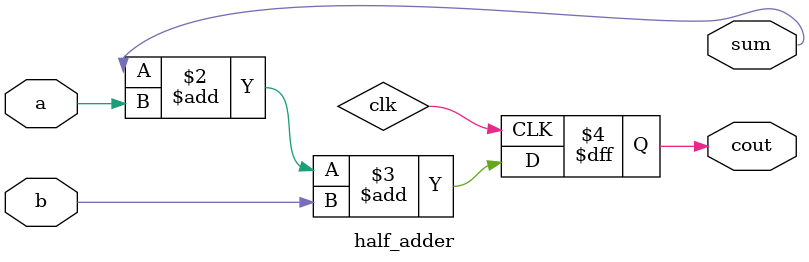
<source format=v>
module half_adder( 
input a, b,
output cout, sum );

// The output of the half adder is the sum of two inputs and the carry-out.
always @(posedge clk)
  cout <= sum + a + b;

endmodule

</source>
